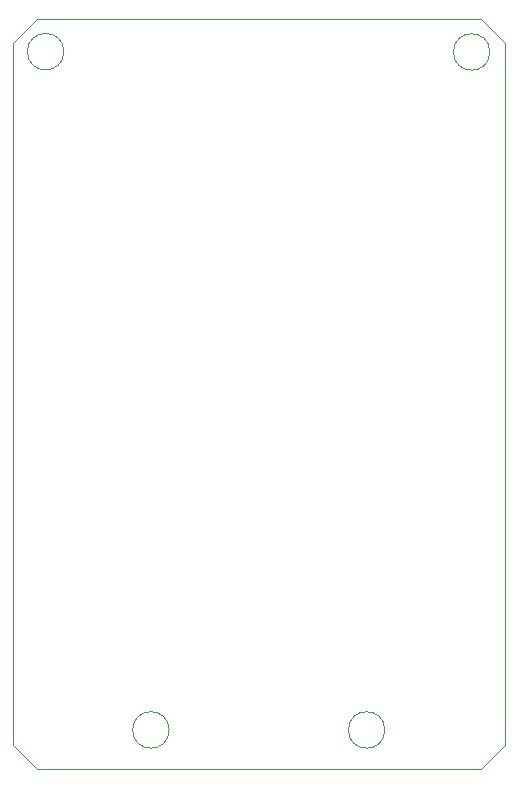
<source format=gbr>
%TF.GenerationSoftware,KiCad,Pcbnew,9.0.6*%
%TF.CreationDate,2025-12-02T10:32:05+01:00*%
%TF.ProjectId,NANO_Shield,4e414e4f-5f53-4686-9965-6c642e6b6963,rev?*%
%TF.SameCoordinates,Original*%
%TF.FileFunction,Profile,NP*%
%FSLAX46Y46*%
G04 Gerber Fmt 4.6, Leading zero omitted, Abs format (unit mm)*
G04 Created by KiCad (PCBNEW 9.0.6) date 2025-12-02 10:32:05*
%MOMM*%
%LPD*%
G01*
G04 APERTURE LIST*
%TA.AperFunction,Profile*%
%ADD10C,0.050000*%
%TD*%
G04 APERTURE END LIST*
D10*
X107442000Y-363220000D02*
X109474000Y-365252000D01*
X147066000Y-365252000D02*
X149098000Y-363220000D01*
X149098000Y-303784000D02*
X147066000Y-301752000D01*
X107442000Y-303784000D02*
X109474000Y-301752000D01*
X138959022Y-361950000D02*
G75*
G02*
X135868978Y-361950000I-1545022J0D01*
G01*
X135868978Y-361950000D02*
G75*
G02*
X138959022Y-361950000I1545022J0D01*
G01*
X120692043Y-361950000D02*
G75*
G02*
X117601999Y-361950000I-1545022J0D01*
G01*
X117601999Y-361950000D02*
G75*
G02*
X120692043Y-361950000I1545022J0D01*
G01*
X147849022Y-304546000D02*
G75*
G02*
X144758978Y-304546000I-1545022J0D01*
G01*
X144758978Y-304546000D02*
G75*
G02*
X147849022Y-304546000I1545022J0D01*
G01*
X111781022Y-304524979D02*
G75*
G02*
X108690978Y-304524979I-1545022J0D01*
G01*
X108690978Y-304524979D02*
G75*
G02*
X111781022Y-304524979I1545022J0D01*
G01*
X107442000Y-363220000D02*
X107442000Y-303784000D01*
X147066000Y-365252000D02*
X109474000Y-365252000D01*
X149098000Y-303784000D02*
X149098000Y-363220000D01*
X109474000Y-301752000D02*
X147066000Y-301752000D01*
M02*

</source>
